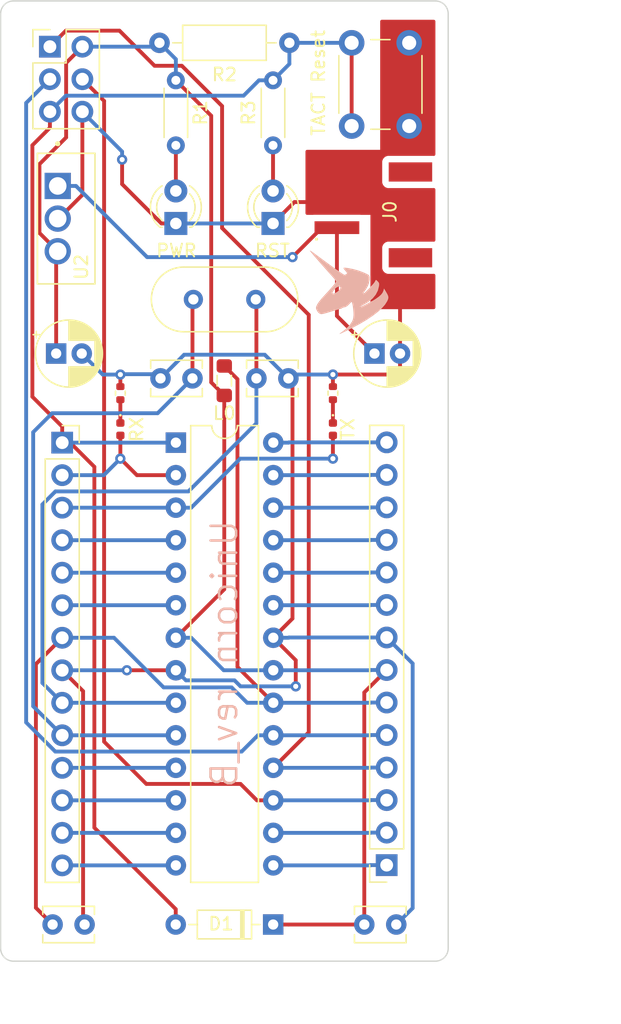
<source format=kicad_pcb>
(kicad_pcb (version 20221018) (generator pcbnew)
  (title_block (title "Unicorn") (date "2023-12-28") (rev "B") (comment 1 "Author: Simone Girardi"))
  (layers (0 "F.Cu" signal) (31 "B.Cu" signal) (34 "B.Paste" user) (35 "F.Paste" user) (36 "B.SilkS" user "B.Silkscreen") (37 "F.SilkS" user "F.Silkscreen") (38 "B.Mask" user) (39 "F.Mask" user) (44 "Edge.Cuts" user))
  (net 0 "")
  (net 1 "Net-(J0-Pin_1)")
  (net 2 "Net-(D1-K)")
  (net 3 "Net-(J2-Pin_9)")
  (net 4 "Net-(J2-Pin_10)")
  (net 5 "Net-(J1-Pin_6)")
  (net 6 "GND")
  (net 7 "Net-(D1-A)")
  (net 8 "Net-(J1-Pin_14)")
  (net 9 "Net-(J1-Pin_13)")
  (net 10 "Net-(J1-Pin_12)")
  (net 11 "Net-(J1-Pin_11)")
  (net 12 "Net-(J1-Pin_10)")
  (net 13 "Net-(J1-Pin_9)")
  (net 14 "Net-(J1-Pin_5)")
  (net 15 "Net-(J1-Pin_4)")
  (net 16 "Net-(J1-Pin_3)")
  (net 17 "Net-(J1-Pin_2)")
  (net 18 "Net-(J1-Pin_1)")
  (net 19 "Net-(J2-Pin_14)")
  (net 20 "Net-(J2-Pin_13)")
  (net 21 "Net-(J2-Pin_12)")
  (net 22 "Net-(J2-Pin_11)")
  (net 23 "Net-(J2-Pin_6)")
  (net 24 "Net-(J2-Pin_5)")
  (net 25 "Net-(J2-Pin_4)")
  (net 26 "Net-(J2-Pin_3)")
  (net 27 "Net-(J2-Pin_2)")
  (net 28 "Net-(LED1-A)")
  (net 29 "Net-(LED2-A)")
  (net 30 "Net-(LED3-K)")
  (net 31 "Net-(LED4-K)")
  (footprint "LED_SMD:LED_0402_1005Metric" (layer "F.Cu") (at 150.735 93.449 -90)
    (fp_text reference "LED3" hide)
    (fp_text value "TX" (at 0 -1.157 90) (layer "F.SilkS"))
    (pad "1" smd roundrect (at -0.485 0 270) (size 0.59 0.64) (layers "F.Cu" "F.Paste" "F.Mask") (net 30 "Net-(LED3-K)"))
    (pad "2" smd roundrect (at 0.485 0 270) (size 0.59 0.64) (layers "F.Cu" "F.Paste" "F.Mask") (net 26 "Net-(J2-Pin_3)"))
  )
  (footprint "Resistor_SMD:R_0402_1005Metric" (layer "F.Cu") (at 150.735 90.634 90)
    (fp_text reference "R4" hide)
    (fp_text value "RB")
    (pad "1" smd roundrect (at -0.51 0 90) (size 0.54 0.64) (layers "F.Cu" "F.Paste" "F.Mask") (net 30 "Net-(LED3-K)"))
    (pad "2" smd roundrect (at 0.51 0 90) (size 0.54 0.64) (layers "F.Cu" "F.Paste" "F.Mask") (net 6 "GND"))
  )
  (footprint "LED_THT:LED_D3.0mm" (layer "F.Cu") (at 138.4525 77.38 90)
    (fp_text reference "LED1" hide)
    (fp_text value "PWR" (at -2.12 0.0475 180) (layer "F.SilkS"))
    (pad "1" thru_hole rect (at 0 0 90) (size 1.8 1.8) (drill 0.9) (layers "*.Cu" "*.Mask") (net 6 "GND"))
    (pad "2" thru_hole circle (at 2.54 0 90) (size 1.8 1.8) (drill 0.9) (layers "*.Cu" "*.Mask") (net 28 "Net-(LED1-A)"))
  )
  (footprint "LED_THT:LED_D3.0mm" (layer "F.Cu") (at 146.0525 77.38 90)
    (fp_text reference "LED2" hide)
    (fp_text value "RST" (at -2.12 -0.0525 180) (layer "F.SilkS"))
    (pad "1" thru_hole rect (at 0 0 90) (size 1.8 1.8) (drill 0.9) (layers "*.Cu" "*.Mask") (net 6 "GND"))
    (pad "2" thru_hole circle (at 2.54 0 90) (size 1.8 1.8) (drill 0.9) (layers "*.Cu" "*.Mask") (net 29 "Net-(LED2-A)"))
  )
  (footprint "L7805:TO255P1020X450X2000-3" (layer "F.Cu") (at 129.877 77 -90)
    (fp_text reference "U2" (at 3.772 -1.187 90) (layer "F.SilkS"))
    (fp_text value "L7805")
    (pad "1" thru_hole rect (at -2.55 0.6625 270) (size 2.055 2.055) (drill 1.37) (layers "*.Cu" "*.Mask") (net 1 "Net-(J0-Pin_1)"))
    (pad "2" thru_hole circle (at 0 0.6625 270) (size 2.055 2.055) (drill 1.37) (layers "*.Cu" "*.Mask") (net 6 "GND"))
    (pad "3" thru_hole circle (at 2.55 0.6625 270) (size 2.055 2.055) (drill 1.37) (layers "*.Cu" "*.Mask") (net 2 "Net-(D1-K)"))
  )
  (footprint "Capacitor_THT:C_Disc_D3.8mm_W2.6mm_P2.50mm" (layer "F.Cu") (at 137.2525 89.48)
    (fp_text reference "C5" hide)
    (fp_text value "22pF")
    (pad "1" thru_hole circle (at 0 0) (size 1.6 1.6) (drill 0.8) (layers "*.Cu" "*.Mask") (net 6 "GND"))
    (pad "2" thru_hole circle (at 2.5 0) (size 1.6 1.6) (drill 0.8) (layers "*.Cu" "*.Mask") (net 4 "Net-(J2-Pin_10)"))
  )
  (footprint "Resistor_THT:R_Axial_DIN0207_L6.3mm_D2.5mm_P10.16mm_Horizontal" (layer "F.Cu") (at 137.1725 63.27)
    (fp_text reference "R2" (at 5.08 2.48) (layer "F.SilkS"))
    (fp_text value "10K")
    (pad "1" thru_hole circle (at 0 0) (size 1.6 1.6) (drill 0.8) (layers "*.Cu" "*.Mask") (net 2 "Net-(D1-K)"))
    (pad "2" thru_hole oval (at 10.16 0) (size 1.6 1.6) (drill 0.8) (layers "*.Cu" "*.Mask") (net 7 "Net-(D1-A)"))
  )
  (footprint "Resistor_SMD:R_0402_1005Metric" (layer "F.Cu") (at 134.114 90.634 90)
    (fp_text reference "R5" hide)
    (fp_text value "RG")
    (pad "1" smd roundrect (at -0.51 0 90) (size 0.54 0.64) (layers "F.Cu" "F.Paste" "F.Mask") (net 31 "Net-(LED4-K)"))
    (pad "2" smd roundrect (at 0.51 0 90) (size 0.54 0.64) (layers "F.Cu" "F.Paste" "F.Mask") (net 6 "GND"))
  )
  (footprint "Resistor_THT:R_Axial_DIN0204_L3.6mm_D1.6mm_P5.08mm_Horizontal" (layer "F.Cu") (at 138.4525 66.2 -90)
    (fp_text reference "R1" (at 2.54 -1.92 90) (layer "F.SilkS"))
    (fp_text value "330")
    (pad "1" thru_hole circle (at 0 0 270) (size 1.4 1.4) (drill 0.7) (layers "*.Cu" "*.Mask") (net 2 "Net-(D1-K)"))
    (pad "2" thru_hole oval (at 5.08 0 270) (size 1.4 1.4) (drill 0.7) (layers "*.Cu" "*.Mask") (net 28 "Net-(LED1-A)"))
  )
  (footprint "Capacitor_THT:C_Disc_D3.8mm_W2.6mm_P2.50mm" (layer "F.Cu") (at 144.7525 89.48)
    (fp_text reference "C4" hide)
    (fp_text value "22pF")
    (pad "1" thru_hole circle (at 0 0) (size 1.6 1.6) (drill 0.8) (layers "*.Cu" "*.Mask") (net 3 "Net-(J2-Pin_9)"))
    (pad "2" thru_hole circle (at 2.5 0) (size 1.6 1.6) (drill 0.8) (layers "*.Cu" "*.Mask") (net 6 "GND"))
  )
  (footprint "Connector_PinSocket_2.54mm:PinSocket_1x14_P2.54mm_Vertical" (layer "F.Cu") (at 154.94 127.5 180)
    (fp_text reference "J1" hide)
    (fp_text value "Conn_01x14_Female" hide)
    (pad "1" thru_hole rect (at 0 0 180) (size 1.7 1.7) (drill 1) (layers "*.Cu" "*.Mask") (net 18 "Net-(J1-Pin_1)"))
    (pad "2" thru_hole oval (at 0 2.54 180) (size 1.7 1.7) (drill 1) (layers "*.Cu" "*.Mask") (net 17 "Net-(J1-Pin_2)"))
    (pad "3" thru_hole oval (at 0 5.08 180) (size 1.7 1.7) (drill 1) (layers "*.Cu" "*.Mask") (net 16 "Net-(J1-Pin_3)"))
    (pad "4" thru_hole oval (at 0 7.62 180) (size 1.7 1.7) (drill 1) (layers "*.Cu" "*.Mask") (net 15 "Net-(J1-Pin_4)"))
    (pad "5" thru_hole oval (at 0 10.16 180) (size 1.7 1.7) (drill 1) (layers "*.Cu" "*.Mask") (net 14 "Net-(J1-Pin_5)"))
    (pad "6" thru_hole oval (at 0 12.7 180) (size 1.7 1.7) (drill 1) (layers "*.Cu" "*.Mask") (net 5 "Net-(J1-Pin_6)"))
    (pad "7" thru_hole oval (at 0 15.24 180) (size 1.7 1.7) (drill 1) (layers "*.Cu" "*.Mask") (net 2 "Net-(D1-K)"))
    (pad "8" thru_hole oval (at 0 17.78 180) (size 1.7 1.7) (drill 1) (layers "*.Cu" "*.Mask") (net 6 "GND"))
    (pad "9" thru_hole oval (at 0 20.32 180) (size 1.7 1.7) (drill 1) (layers "*.Cu" "*.Mask") (net 13 "Net-(J1-Pin_9)"))
    (pad "10" thru_hole oval (at 0 22.86 180) (size 1.7 1.7) (drill 1) (layers "*.Cu" "*.Mask") (net 12 "Net-(J1-Pin_10)"))
    (pad "11" thru_hole oval (at 0 25.4 180) (size 1.7 1.7) (drill 1) (layers "*.Cu" "*.Mask") (net 11 "Net-(J1-Pin_11)"))
    (pad "12" thru_hole oval (at 0 27.94 180) (size 1.7 1.7) (drill 1) (layers "*.Cu" "*.Mask") (net 10 "Net-(J1-Pin_12)"))
    (pad "13" thru_hole oval (at 0 30.48 180) (size 1.7 1.7) (drill 1) (layers "*.Cu" "*.Mask") (net 9 "Net-(J1-Pin_13)"))
    (pad "14" thru_hole oval (at 0 33.02 180) (size 1.7 1.7) (drill 1) (layers "*.Cu" "*.Mask") (net 8 "Net-(J1-Pin_14)"))
  )
  (footprint "Connector_PinSocket_2.54mm:PinSocket_1x14_P2.54mm_Vertical" (layer "F.Cu") (at 129.565 94.5)
    (fp_text reference "J2" hide)
    (fp_text value "Conn_01x14_Female" hide)
    (pad "1" thru_hole rect (at 0 0) (size 1.7 1.7) (drill 1) (layers "*.Cu" "*.Mask") (net 7 "Net-(D1-A)"))
    (pad "2" thru_hole oval (at 0 2.54) (size 1.7 1.7) (drill 1) (layers "*.Cu" "*.Mask") (net 27 "Net-(J2-Pin_2)"))
    (pad "3" thru_hole oval (at 0 5.08) (size 1.7 1.7) (drill 1) (layers "*.Cu" "*.Mask") (net 26 "Net-(J2-Pin_3)"))
    (pad "4" thru_hole oval (at 0 7.62) (size 1.7 1.7) (drill 1) (layers "*.Cu" "*.Mask") (net 25 "Net-(J2-Pin_4)"))
    (pad "5" thru_hole oval (at 0 10.16) (size 1.7 1.7) (drill 1) (layers "*.Cu" "*.Mask") (net 24 "Net-(J2-Pin_5)"))
    (pad "6" thru_hole oval (at 0 12.7) (size 1.7 1.7) (drill 1) (layers "*.Cu" "*.Mask") (net 23 "Net-(J2-Pin_6)"))
    (pad "7" thru_hole oval (at 0 15.24) (size 1.7 1.7) (drill 1) (layers "*.Cu" "*.Mask") (net 5 "Net-(J1-Pin_6)"))
    (pad "8" thru_hole oval (at 0 17.78) (size 1.7 1.7) (drill 1) (layers "*.Cu" "*.Mask") (net 6 "GND"))
    (pad "9" thru_hole oval (at 0 20.32) (size 1.7 1.7) (drill 1) (layers "*.Cu" "*.Mask") (net 3 "Net-(J2-Pin_9)"))
    (pad "10" thru_hole oval (at 0 22.86) (size 1.7 1.7) (drill 1) (layers "*.Cu" "*.Mask") (net 4 "Net-(J2-Pin_10)"))
    (pad "11" thru_hole oval (at 0 25.4) (size 1.7 1.7) (drill 1) (layers "*.Cu" "*.Mask") (net 22 "Net-(J2-Pin_11)"))
    (pad "12" thru_hole oval (at 0 27.94) (size 1.7 1.7) (drill 1) (layers "*.Cu" "*.Mask") (net 21 "Net-(J2-Pin_12)"))
    (pad "13" thru_hole oval (at 0 30.48) (size 1.7 1.7) (drill 1) (layers "*.Cu" "*.Mask") (net 20 "Net-(J2-Pin_13)"))
    (pad "14" thru_hole oval (at 0 33.02) (size 1.7 1.7) (drill 1) (layers "*.Cu" "*.Mask") (net 19 "Net-(J2-Pin_14)"))
  )
  (footprint "Button_Switch_THT:SW_PUSH_6mm" (layer "F.Cu") (at 152.2 69.77 90)
    (fp_text reference "RST1" hide)
    (fp_text value "TACT Reset" (at 3.37 -2.6 270) (layer "F.SilkS"))
    (pad "1" thru_hole circle (at 0 0 180) (size 2 2) (drill 1.1) (layers "*.Cu" "*.Mask") (net 7 "Net-(D1-A)"))
    (pad "1" thru_hole circle (at 6.5 0 180) (size 2 2) (drill 1.1) (layers "*.Cu" "*.Mask") (net 7 "Net-(D1-A)"))
    (pad "2" thru_hole circle (at 0 4.5 180) (size 2 2) (drill 1.1) (layers "*.Cu" "*.Mask") (net 6 "GND"))
    (pad "2" thru_hole circle (at 6.5 4.5 180) (size 2 2) (drill 1.1) (layers "*.Cu" "*.Mask") (net 6 "GND"))
  )
  (footprint "LED_SMD:LED_0402_1005Metric" (layer "F.Cu") (at 134.114 93.449 -90)
    (fp_text reference "LED4" hide)
    (fp_text value "RX" (at 0.023 -1.268 90) (layer "F.SilkS"))
    (pad "1" smd roundrect (at -0.485 0 270) (size 0.59 0.64) (layers "F.Cu" "F.Paste" "F.Mask") (net 31 "Net-(LED4-K)"))
    (pad "2" smd roundrect (at 0.485 0 270) (size 0.59 0.64) (layers "F.Cu" "F.Paste" "F.Mask") (net 27 "Net-(J2-Pin_2)"))
  )
  (footprint "Capacitor_THT:C_Disc_D3.8mm_W2.6mm_P2.50mm" (layer "F.Cu") (at 153.19 132.14)
    (fp_text reference "C3" hide)
    (fp_text value "100nF")
    (pad "1" thru_hole circle (at 0 0) (size 1.6 1.6) (drill 0.8) (layers "*.Cu" "*.Mask") (net 2 "Net-(D1-K)"))
    (pad "2" thru_hole circle (at 2.5 0) (size 1.6 1.6) (drill 0.8) (layers "*.Cu" "*.Mask") (net 6 "GND"))
  )
  (footprint "Connector_PinHeader_2.54mm:PinHeader_2x03_P2.54mm_Vertical" (layer "F.Cu") (at 128.602 63.57)
    (fp_text reference "J3" hide)
    (fp_text value "SPI" hide)
    (pad "1" thru_hole rect (at 0 0) (size 1.7 1.7) (drill 1) (layers "*.Cu" "*.Mask") (net 15 "Net-(J1-Pin_4)"))
    (pad "2" thru_hole oval (at 2.54 0) (size 1.7 1.7) (drill 1) (layers "*.Cu" "*.Mask") (net 2 "Net-(D1-K)"))
    (pad "3" thru_hole oval (at 0 2.54) (size 1.7 1.7) (drill 1) (layers "*.Cu" "*.Mask") (net 14 "Net-(J1-Pin_5)"))
    (pad "4" thru_hole oval (at 2.54 2.54) (size 1.7 1.7) (drill 1) (layers "*.Cu" "*.Mask") (net 16 "Net-(J1-Pin_3)"))
    (pad "5" thru_hole oval (at 0 5.08) (size 1.7 1.7) (drill 1) (layers "*.Cu" "*.Mask") (net 7 "Net-(D1-A)"))
    (pad "6" thru_hole oval (at 2.54 5.08) (size 1.7 1.7) (drill 1) (layers "*.Cu" "*.Mask") (net 6 "GND"))
  )
  (footprint "Capacitor_THT:C_Disc_D3.8mm_W2.6mm_P2.50mm" (layer "F.Cu") (at 131.315 132.14 180)
    (fp_text reference "C6" hide)
    (fp_text value "100nF")
    (pad "1" thru_hole circle (at 0 0 180) (size 1.6 1.6) (drill 0.8) (layers "*.Cu" "*.Mask") (net 6 "GND"))
    (pad "2" thru_hole circle (at 2.5 0 180) (size 1.6 1.6) (drill 0.8) (layers "*.Cu" "*.Mask") (net 5 "Net-(J1-Pin_6)"))
  )
  (footprint "JST_S2B-PH-SM4-TB:JST_S2B-PH-SM4-TB" (layer "F.Cu") (at 151.049 76.708 -90)
    (fp_text reference "J0" (at -0.254 -4.145 90) (layer "F.SilkS") (effects (font (size 1.001386 1.001386))))
    (fp_text value "Conn_01x02" hide)
    (pad "1" smd rect (at 1 0 270) (size 1 3.5) (layers "F.Cu" "F.Paste" "F.Mask") (net 1 "Net-(J0-Pin_1)"))
    (pad "2" smd rect (at -1 0 270) (size 1 3.5) (layers "F.Cu" "F.Paste" "F.Mask") (net 6 "GND"))
    (pad "P1" smd rect (at 3.35 -5.75 270) (size 1.5 3.4) (layers "F.Cu" "F.Paste" "F.Mask"))
    (pad "P2" smd rect (at -3.35 -5.75 270) (size 1.5 3.4) (layers "F.Cu" "F.Paste" "F.Mask"))
  )
  (footprint "Package_DIP:DIP-28_W7.62mm" (layer "F.Cu") (at 138.4525 94.5)
    (fp_text reference "U1" hide)
    (fp_text value "ATmega328-P")
    (pad "1" thru_hole rect (at 0 0) (size 1.6 1.6) (drill 0.8) (layers "*.Cu" "*.Mask") (net 7 "Net-(D1-A)"))
    (pad "2" thru_hole oval (at 0 2.54) (size 1.6 1.6) (drill 0.8) (layers "*.Cu" "*.Mask") (net 27 "Net-(J2-Pin_2)"))
    (pad "3" thru_hole oval (at 0 5.08) (size 1.6 1.6) (drill 0.8) (layers "*.Cu" "*.Mask") (net 26 "Net-(J2-Pin_3)"))
    (pad "4" thru_hole oval (at 0 7.62) (size 1.6 1.6) (drill 0.8) (layers "*.Cu" "*.Mask") (net 25 "Net-(J2-Pin_4)"))
    (pad "5" thru_hole oval (at 0 10.16) (size 1.6 1.6) (drill 0.8) (layers "*.Cu" "*.Mask") (net 24 "Net-(J2-Pin_5)"))
    (pad "6" thru_hole oval (at 0 12.7) (size 1.6 1.6) (drill 0.8) (layers "*.Cu" "*.Mask") (net 23 "Net-(J2-Pin_6)"))
    (pad "7" thru_hole oval (at 0 15.24) (size 1.6 1.6) (drill 0.8) (layers "*.Cu" "*.Mask") (net 2 "Net-(D1-K)"))
    (pad "8" thru_hole oval (at 0 17.78) (size 1.6 1.6) (drill 0.8) (layers "*.Cu" "*.Mask") (net 6 "GND"))
    (pad "9" thru_hole oval (at 0 20.32) (size 1.6 1.6) (drill 0.8) (layers "*.Cu" "*.Mask") (net 3 "Net-(J2-Pin_9)"))
    (pad "10" thru_hole oval (at 0 22.86) (size 1.6 1.6) (drill 0.8) (layers "*.Cu" "*.Mask") (net 4 "Net-(J2-Pin_10)"))
    (pad "11" thru_hole oval (at 0 25.4) (size 1.6 1.6) (drill 0.8) (layers "*.Cu" "*.Mask") (net 22 "Net-(J2-Pin_11)"))
    (pad "12" thru_hole oval (at 0 27.94) (size 1.6 1.6) (drill 0.8) (layers "*.Cu" "*.Mask") (net 21 "Net-(J2-Pin_12)"))
    (pad "13" thru_hole oval (at 0 30.48) (size 1.6 1.6) (drill 0.8) (layers "*.Cu" "*.Mask") (net 20 "Net-(J2-Pin_13)"))
    (pad "14" thru_hole oval (at 0 33.02) (size 1.6 1.6) (drill 0.8) (layers "*.Cu" "*.Mask") (net 19 "Net-(J2-Pin_14)"))
    (pad "15" thru_hole oval (at 7.62 33.02) (size 1.6 1.6) (drill 0.8) (layers "*.Cu" "*.Mask") (net 18 "Net-(J1-Pin_1)"))
    (pad "16" thru_hole oval (at 7.62 30.48) (size 1.6 1.6) (drill 0.8) (layers "*.Cu" "*.Mask") (net 17 "Net-(J1-Pin_2)"))
    (pad "17" thru_hole oval (at 7.62 27.94) (size 1.6 1.6) (drill 0.8) (layers "*.Cu" "*.Mask") (net 16 "Net-(J1-Pin_3)"))
    (pad "18" thru_hole oval (at 7.62 25.4) (size 1.6 1.6) (drill 0.8) (layers "*.Cu" "*.Mask") (net 15 "Net-(J1-Pin_4)"))
    (pad "19" thru_hole oval (at 7.62 22.86) (size 1.6 1.6) (drill 0.8) (layers "*.Cu" "*.Mask") (net 14 "Net-(J1-Pin_5)"))
    (pad "20" thru_hole oval (at 7.62 20.32) (size 1.6 1.6) (drill 0.8) (layers "*.Cu" "*.Mask") (net 5 "Net-(J1-Pin_6)"))
    (pad "21" thru_hole oval (at 7.62 17.78) (size 1.6 1.6) (drill 0.8) (layers "*.Cu" "*.Mask") (net 2 "Net-(D1-K)"))
    (pad "22" thru_hole oval (at 7.62 15.24) (size 1.6 1.6) (drill 0.8) (layers "*.Cu" "*.Mask") (net 6 "GND"))
    (pad "23" thru_hole oval (at 7.62 12.7) (size 1.6 1.6) (drill 0.8) (layers "*.Cu" "*.Mask") (net 13 "Net-(J1-Pin_9)"))
    (pad "24" thru_hole oval (at 7.62 10.16) (size 1.6 1.6) (drill 0.8) (layers "*.Cu" "*.Mask") (net 12 "Net-(J1-Pin_10)"))
    (pad "25" thru_hole oval (at 7.62 7.62) (size 1.6 1.6) (drill 0.8) (layers "*.Cu" "*.Mask") (net 11 "Net-(J1-Pin_11)"))
    (pad "26" thru_hole oval (at 7.62 5.08) (size 1.6 1.6) (drill 0.8) (layers "*.Cu" "*.Mask") (net 10 "Net-(J1-Pin_12)"))
    (pad "27" thru_hole oval (at 7.62 2.54) (size 1.6 1.6) (drill 0.8) (layers "*.Cu" "*.Mask") (net 9 "Net-(J1-Pin_13)"))
    (pad "28" thru_hole oval (at 7.62 0) (size 1.6 1.6) (drill 0.8) (layers "*.Cu" "*.Mask") (net 8 "Net-(J1-Pin_14)"))
  )
  (footprint "Resistor_THT:R_Axial_DIN0204_L3.6mm_D1.6mm_P5.08mm_Horizontal" (layer "F.Cu") (at 146.0525 71.28 90)
    (fp_text reference "R3" (at 2.54 -1.92 90) (layer "F.SilkS"))
    (fp_text value "330")
    (pad "1" thru_hole circle (at 0 0 90) (size 1.4 1.4) (drill 0.7) (layers "*.Cu" "*.Mask") (net 29 "Net-(LED2-A)"))
    (pad "2" thru_hole oval (at 5.08 0 90) (size 1.4 1.4) (drill 0.7) (layers "*.Cu" "*.Mask") (net 7 "Net-(D1-A)"))
  )
  (footprint "Diode_THT:D_DO-35_SOD27_P7.62mm_Horizontal" (layer "F.Cu") (at 146.0625 132.14 180)
    (fp_text reference "D1" (at 4.0765 0.06) (layer "F.SilkS"))
    (fp_text value "1N4148")
    (pad "1" thru_hole rect (at 0 0 180) (size 1.6 1.6) (drill 0.8) (layers "*.Cu" "*.Mask") (net 2 "Net-(D1-K)"))
    (pad "2" thru_hole oval (at 7.62 0 180) (size 1.6 1.6) (drill 0.8) (layers "*.Cu" "*.Mask") (net 7 "Net-(D1-A)"))
  )
  (footprint "Capacitor_THT:CP_Radial_D5.0mm_P2.00mm" (layer "F.Cu") (at 129.0929 87.54)
    (fp_text reference "C2" hide)
    (fp_text value "10uF" hide)
    (pad "1" thru_hole rect (at 0 0) (size 1.6 1.6) (drill 0.8) (layers "*.Cu" "*.Mask") (net 2 "Net-(D1-K)"))
    (pad "2" thru_hole circle (at 2 0) (size 1.6 1.6) (drill 0.8) (layers "*.Cu" "*.Mask") (net 6 "GND"))
  )
  (footprint "Inductor_SMD:L_0805_2012Metric_Pad1.05x1.20mm_HandSolder" (layer "F.Cu") (at 142.24 89.662 90)
    (fp_text reference "L0" (at -2.54 0) (layer "F.SilkS"))
    (fp_text value "10uH" hide)
    (pad "1" smd roundrect (at -1.15 0 90) (size 1.05 1.2) (layers "F.Cu" "F.Paste" "F.Mask") (roundrect_rratio 0.238095) (net 2 "Net-(D1-K)"))
    (pad "2" smd roundrect (at 1.15 0 90) (size 1.05 1.2) (layers "F.Cu" "F.Paste" "F.Mask") (roundrect_rratio 0.238095) (net 5 "Net-(J1-Pin_6)"))
  )
  (footprint "Crystal:Crystal_HC49-4H_Vertical" (layer "F.Cu") (at 144.7025 83.312 180)
    (fp_text reference "Crystal1" hide)
    (fp_text value "16MHz")
    (pad "1" thru_hole circle (at 0 0 180) (size 1.5 1.5) (drill 0.8) (layers "*.Cu" "*.Mask") (net 3 "Net-(J2-Pin_9)"))
    (pad "2" thru_hole circle (at 4.88 0 180) (size 1.5 1.5) (drill 0.8) (layers "*.Cu" "*.Mask") (net 4 "Net-(J2-Pin_10)"))
  )
  (footprint "logos:silk_logo" (layer "F.Cu") (at 151.943981 83.163551)
    (fp_text reference "G***" hide)
    (fp_text value "LOGO" hide)
  )
  (footprint "Capacitor_THT:CP_Radial_D5.0mm_P2.00mm" (layer "F.Cu") (at 153.984888 87.54)
    (fp_text reference "C1" hide)
    (fp_text value "100uF")
    (pad "1" thru_hole rect (at 0 0) (size 1.6 1.6) (drill 0.8) (layers "*.Cu" "*.Mask") (net 1 "Net-(J0-Pin_1)"))
    (pad "2" thru_hole circle (at 2 0) (size 1.6 1.6) (drill 0.8) (layers "*.Cu" "*.Mask") (net 6 "GND"))
  )
  (gr_line (start 159.75 134) (end 159.75 61) (stroke (width 0.1)) (layer "Edge.Cuts"))
  (gr_line (start 124.75 61) (end 124.75 134) (stroke (width 0.1)) (layer "Edge.Cuts"))
  (gr_arc (start 158.7525 60) (mid 159.457989 60.293777) (end 159.75 61) (stroke (width 0.1)) (layer "Edge.Cuts"))
  (gr_line (start 158.7525 60) (end 125.7525 60) (stroke (width 0.1)) (layer "Edge.Cuts"))
  (gr_line (start 125.812893 135) (end 158.812893 135) (stroke (width 0.1)) (layer "Edge.Cuts"))
  (gr_arc (start 124.75 61) (mid 125.043777 60.292008) (end 125.7525 60) (stroke (width 0.1)) (layer "Edge.Cuts"))
  (gr_arc (start 125.812893 135) (mid 125.065355 134.729682) (end 124.75 134) (stroke (width 0.1)) (layer "Edge.Cuts"))
  (gr_arc (start 159.75 134) (mid 159.479108 134.68523) (end 158.812893 135) (stroke (width 0.1)) (layer "Edge.Cuts"))
  (gr_text "Unicorn rev_B" (at 142.2525 111 90) (layer "B.SilkS") (effects (font (size 2 2) (thickness 0.2)) (justify mirror)))
  (segment (start 149.876 77.708) (end 151.049 77.708) (width 0.3) (layer "F.Cu") (net 1))
  (segment (start 151.049 84.604112) (end 151.049 77.708) (width 0.3) (layer "F.Cu") (net 1))
  (segment (start 147.574 80.01) (end 149.876 77.708) (width 0.3) (layer "F.Cu") (net 1))
  (segment (start 153.984888 87.54) (end 151.049 84.604112) (width 0.3) (layer "F.Cu") (net 1))
  (via (at 147.574 80.01) (size 0.8) (drill 0.4) (layers "F.Cu" "B.Cu") (net 1))
  (segment (start 136.2039 80.01) (end 130.6439 74.45) (width 0.3) (layer "B.Cu") (net 1))
  (segment (start 130.6439 74.45) (end 129.2145 74.45) (width 0.3) (layer "B.Cu") (net 1))
  (segment (start 147.574 80.01) (end 136.2039 80.01) (width 0.3) (layer "B.Cu") (net 1))
  (segment (start 138.4525 109.74) (end 142.24 105.9525) (width 0.3) (layer "F.Cu") (net 2))
  (segment (start 141.2194 68.9669) (end 138.4525 66.2) (width 0.3) (layer "F.Cu") (net 2))
  (segment (start 127.7851 72.7478) (end 129.872 70.6609) (width 0.3) (layer "F.Cu") (net 2))
  (segment (start 142.24 90.812) (end 141.2194 89.7914) (width 0.3) (layer "F.Cu") (net 2))
  (segment (start 153.19 114.01) (end 153.19 132.14) (width 0.3) (layer "F.Cu") (net 2))
  (segment (start 129.872 64.84) (end 131.142 63.57) (width 0.3) (layer "F.Cu") (net 2))
  (segment (start 153.19 132.14) (end 147.2644 132.14) (width 0.3) (layer "F.Cu") (net 2))
  (segment (start 154.94 112.26) (end 153.19 114.01) (width 0.3) (layer "F.Cu") (net 2))
  (segment (start 142.24 105.9525) (end 142.24 90.812) (width 0.3) (layer "F.Cu") (net 2))
  (segment (start 129.2145 79.55) (end 127.7851 78.1206) (width 0.3) (layer "F.Cu") (net 2))
  (segment (start 146.0625 132.14) (end 147.2644 132.14) (width 0.3) (layer "F.Cu") (net 2))
  (segment (start 141.2194 89.7914) (end 141.2194 68.9669) (width 0.3) (layer "F.Cu") (net 2))
  (segment (start 127.7851 78.1206) (end 127.7851 72.7478) (width 0.3) (layer "F.Cu") (net 2))
  (segment (start 129.0929 79.6716) (end 129.2145 79.55) (width 0.3) (layer "F.Cu") (net 2))
  (segment (start 129.872 70.6609) (end 129.872 64.84) (width 0.3) (layer "F.Cu") (net 2))
  (segment (start 129.0929 87.54) (end 129.0929 79.6716) (width 0.3) (layer "F.Cu") (net 2))
  (segment (start 138.4525 109.74) (end 139.6544 109.74) (width 0.3) (layer "B.Cu") (net 2))
  (segment (start 138.4525 64.55) (end 137.1725 63.27) (width 0.3) (layer "B.Cu") (net 2))
  (segment (start 153.6681 112.28) (end 146.0725 112.28) (width 0.3) (layer "B.Cu") (net 2))
  (segment (start 146.0725 112.28) (end 142.1944 112.28) (width 0.3) (layer "B.Cu") (net 2))
  (segment (start 142.1944 112.28) (end 139.6544 109.74) (width 0.3) (layer "B.Cu") (net 2))
  (segment (start 138.4525 66.2) (end 138.4525 64.55) (width 0.3) (layer "B.Cu") (net 2))
  (segment (start 153.6881 112.26) (end 153.6681 112.28) (width 0.3) (layer "B.Cu") (net 2))
  (segment (start 154.94 112.26) (end 153.6881 112.26) (width 0.3) (layer "B.Cu") (net 2))
  (segment (start 136.8725 63.57) (end 137.1725 63.27) (width 0.3) (layer "B.Cu") (net 2))
  (segment (start 131.142 63.57) (end 136.8725 63.57) (width 0.3) (layer "B.Cu") (net 2))
  (segment (start 144.7025 83.312) (end 144.7525 83.362) (width 0.3) (layer "F.Cu") (net 3))
  (segment (start 144.7525 83.362) (end 144.7525 89.48) (width 0.3) (layer "F.Cu") (net 3))
  (segment (start 144.7525 92.9915) (end 139.434 98.31) (width 0.3) (layer "B.Cu") (net 3))
  (segment (start 129.0336 98.31) (end 128.016 99.3276) (width 0.3) (layer "B.Cu") (net 3))
  (segment (start 144.7525 89.48) (end 144.7525 92.9915) (width 0.3) (layer "B.Cu") (net 3))
  (segment (start 139.434 98.31) (end 129.0336 98.31) (width 0.3) (layer "B.Cu") (net 3))
  (segment (start 130.191 114.82) (end 138.4525 114.82) (width 0.3) (layer "B.Cu") (net 3))
  (segment (start 129.565 114.82) (end 129.565 114.194) (width 0.3) (layer "B.Cu") (net 3))
  (segment (start 128.016 99.3276) (end 128.016 113.271) (width 0.3) (layer "B.Cu") (net 3))
  (segment (start 128.016 113.271) (end 129.565 114.82) (width 0.3) (layer "B.Cu") (net 3))
  (segment (start 129.565 114.194) (end 130.191 114.82) (width 0.3) (layer "B.Cu") (net 3))
  (segment (start 139.7525 83.382) (end 139.7525 89.48) (width 0.3) (layer "F.Cu") (net 4))
  (segment (start 139.8225 83.312) (end 139.7525 83.382) (width 0.3) (layer "F.Cu") (net 4))
  (segment (start 129.565 117.36) (end 138.4525 117.36) (width 0.3) (layer "B.Cu") (net 4))
  (segment (start 127.296 93.684) (end 128.778 92.202) (width 0.3) (layer "B.Cu") (net 4))
  (segment (start 127.296 115.091) (end 127.296 93.684) (width 0.3) (layer "B.Cu") (net 4))
  (segment (start 129.565 117.36) (end 127.296 115.091) (width 0.3) (layer "B.Cu") (net 4))
  (segment (start 137.0305 92.202) (end 139.7525 89.48) (width 0.3) (layer "B.Cu") (net 4))
  (segment (start 128.778 92.202) (end 137.0305 92.202) (width 0.3) (layer "B.Cu") (net 4))
  (segment (start 127.508 111.797) (end 127.508 130.833) (width 0.3) (layer "F.Cu") (net 5))
  (segment (start 127.508 130.833) (end 128.815 132.14) (width 0.3) (layer "F.Cu") (net 5))
  (segment (start 129.565 109.74) (end 127.508 111.797) (width 0.3) (layer "F.Cu") (net 5))
  (segment (start 143.2704 112.0179) (end 146.0725 114.82) (width 0.3) (layer "F.Cu") (net 5))
  (segment (start 143.2704 89.5424) (end 143.2704 112.0179) (width 0.3) (layer "F.Cu") (net 5))
  (segment (start 142.24 88.512) (end 143.2704 89.5424) (width 0.3) (layer "F.Cu") (net 5))
  (segment (start 144.03 114.82) (end 143.298 114.088) (width 0.3) (layer "B.Cu") (net 5))
  (segment (start 153.6881 114.8) (end 153.6681 114.82) (width 0.3) (layer "B.Cu") (net 5))
  (segment (start 154.94 114.8) (end 153.6881 114.8) (width 0.3) (layer "B.Cu") (net 5))
  (segment (start 143.298 114.088) (end 143.282182 114.088) (width 0.3) (layer "B.Cu") (net 5))
  (segment (start 143.282182 114.088) (end 142.812282 113.6181) (width 0.3) (layer "B.Cu") (net 5))
  (segment (start 153.6681 114.82) (end 146.0725 114.82) (width 0.3) (layer "B.Cu") (net 5))
  (segment (start 133.616 109.74) (end 129.565 109.74) (width 0.3) (layer "B.Cu") (net 5))
  (segment (start 142.812282 113.6181) (end 137.4941 113.6181) (width 0.3) (layer "B.Cu") (net 5))
  (segment (start 146.0725 114.82) (end 144.03 114.82) (width 0.3) (layer "B.Cu") (net 5))
  (segment (start 137.4941 113.6181) (end 133.616 109.74) (width 0.3) (layer "B.Cu") (net 5))
  (segment (start 134.114 89.182) (end 134.114 90.124) (width 0.3) (layer "F.Cu") (net 6))
  (segment (start 146.0525 77.38) (end 147.7245 75.708) (width 0.3) (layer "F.Cu") (net 6))
  (segment (start 150.735 89.1792) (end 150.735 90.124) (width 0.3) (layer "F.Cu") (net 6))
  (segment (start 131.142 75.1458) (end 129.2878 77) (width 0.3) (layer "F.Cu") (net 6))
  (segment (start 147.2525 89.48) (end 147.574 89.8015) (width 0.3) (layer "F.Cu") (net 6))
  (segment (start 129.2878 77) (end 129.2145 77) (width 0.3) (layer "F.Cu") (net 6))
  (segment (start 147.828 111.4955) (end 146.0725 109.74) (width 0.3) (layer "F.Cu") (net 6))
  (segment (start 155.984888 87.54) (end 155.984888 83.283112) (width 0.3) (layer "F.Cu") (net 6))
  (segment (start 131.1979 113.9129) (end 131.1979 132.0229) (width 0.3) (layer "F.Cu") (net 6))
  (segment (start 137.324 77.38) (end 138.4525 77.38) (width 0.3) (layer "F.Cu") (net 6))
  (segment (start 147.574 108.2385) (end 146.0725 109.74) (width 0.3) (layer "F.Cu") (net 6))
  (segment (start 131.142 68.65) (end 131.142 75.1458) (width 0.3) (layer "F.Cu") (net 6))
  (segment (start 147.828 113.538) (end 147.828 111.4955) (width 0.3) (layer "F.Cu") (net 6))
  (segment (start 129.565 112.28) (end 131.1979 113.9129) (width 0.3) (layer "F.Cu") (net 6))
  (segment (start 134.25 74.306) (end 137.324 77.38) (width 0.3) (layer "F.Cu") (net 6))
  (segment (start 155.477058 89.1792) (end 155.984888 88.67137) (width 0.3) (layer "F.Cu") (net 6))
  (segment (start 131.1979 132.0229) (end 131.315 132.14) (width 0.3) (layer "F.Cu") (net 6))
  (segment (start 147.7245 75.708) (end 151.049 75.708) (width 0.3) (layer "F.Cu") (net 6))
  (segment (start 138.4525 112.28) (end 134.62 112.28) (width 0.3) (layer "F.Cu") (net 6))
  (segment (start 155.984888 88.67137) (end 155.984888 87.54) (width 0.3) (layer "F.Cu") (net 6))
  (segment (start 134.25 72.39) (end 134.25 74.306) (width 0.3) (layer "F.Cu") (net 6))
  (segment (start 147.574 89.8015) (end 147.574 108.2385) (width 0.3) (layer "F.Cu") (net 6))
  (segment (start 150.6251 89.1792) (end 155.477058 89.1792) (width 0.3) (layer "F.Cu") (net 6))
  (via (at 134.114 89.182) (size 0.8) (drill 0.4) (layers "F.Cu" "B.Cu") (net 6))
  (via (at 134.62 112.28) (size 0.8) (drill 0.4) (layers "F.Cu" "B.Cu") (net 6))
  (via (at 147.828 113.538) (size 0.8) (drill 0.4) (layers "F.Cu" "B.Cu") (net 6))
  (via (at 150.735 89.1792) (size 0.8) (drill 0.4) (layers "F.Cu" "B.Cu") (net 6))
  (via (at 134.25 72.39) (size 0.8) (drill 0.4) (layers "F.Cu" "B.Cu") (net 6))
  (segment (start 134.62 112.28) (end 130.8169 112.28) (width 0.3) (layer "B.Cu") (net 6))
  (segment (start 150.6251 89.1792) (end 147.5533 89.1792) (width 0.3) (layer "B.Cu") (net 6))
  (segment (start 146.0725 109.74) (end 147.2744 109.74) (width 0.3) (layer "B.Cu") (net 6))
  (segment (start 134.142 89.154) (end 134.114 89.182) (width 0.3) (layer "B.Cu") (net 6))
  (segment (start 138.4525 77.38) (end 146.0525 77.38) (width 0.3) (layer "B.Cu") (net 6))
  (segment (start 130.8169 112.28) (end 129.565 112.28) (width 0.3) (layer "B.Cu") (net 6))
  (segment (start 147.5533 89.1792) (end 147.2525 89.48) (width 0.3) (layer "B.Cu") (net 6))
  (segment (start 143.0401 113.0681) (end 143.51 113.538) (width 0.3) (layer "B.Cu") (net 6))
  (segment (start 154.94 109.72) (end 156.972 111.752) (width 0.3) (layer "B.Cu") (net 6))
  (segment (start 139.1025 87.63) (end 137.2525 89.48) (width 0.3) (layer "B.Cu") (net 6))
  (segment (start 147.2744 109.74) (end 147.2944 109.72) (width 0.3) (layer "B.Cu") (net 6))
  (segment (start 138.4525 112.28) (end 139.2406 113.0681) (width 0.3) (layer "B.Cu") (net 6))
  (segment (start 147.2525 89.48) (end 145.4025 87.63) (width 0.3) (layer "B.Cu") (net 6))
  (segment (start 136.9265 89.154) (end 134.142 89.154) (width 0.3) (layer "B.Cu") (net 6))
  (segment (start 147.2944 109.72) (end 154.94 109.72) (width 0.3) (layer "B.Cu") (net 6))
  (segment (start 156.972 111.752) (end 156.972 130.858) (width 0.3) (layer "B.Cu") (net 6))
  (segment (start 134.114 89.182) (end 132.7349 89.182) (width 0.3) (layer "B.Cu") (net 6))
  (segment (start 131.142 68.658) (end 131.142 68.65) (width 0.3) (layer "B.Cu") (net 6))
  (segment (start 132.7349 89.182) (end 131.0929 87.54) (width 0.3) (layer "B.Cu") (net 6))
  (segment (start 156.972 130.858) (end 155.69 132.14) (width 0.3) (layer "B.Cu") (net 6))
  (segment (start 145.4025 87.63) (end 139.1025 87.63) (width 0.3) (layer "B.Cu") (net 6))
  (segment (start 134.25 71.766) (end 131.142 68.658) (width 0.3) (layer "B.Cu") (net 6))
  (segment (start 139.2406 113.0681) (end 143.0401 113.0681) (width 0.3) (layer "B.Cu") (net 6))
  (segment (start 143.51 113.538) (end 147.828 113.538) (width 0.3) (layer "B.Cu") (net 6))
  (segment (start 137.2525 89.48) (end 136.9265 89.154) (width 0.3) (layer "B.Cu") (net 6))
  (segment (start 134.25 72.39) (end 134.25 71.766) (width 0.3) (layer "B.Cu") (net 6))
  (segment (start 132.08 96.389) (end 130.191 94.5) (width 0.3) (layer "F.Cu") (net 7))
  (segment (start 130.191 94.5) (end 129.565 94.5) (width 0.3) (layer "F.Cu") (net 7))
  (segment (start 138.4425 132.14) (end 138.4425 130.9381) (width 0.3) (layer "F.Cu") (net 7))
  (segment (start 129.565 93.2481) (end 127.2332 90.9163) (width 0.3) (layer "F.Cu") (net 7))
  (segment (start 129.565 94.5) (end 129.565 93.2481) (width 0.3) (layer "F.Cu") (net 7))
  (segment (start 128.602 69.9019) (end 128.602 68.65) (width 0.3) (layer "F.Cu") (net 7))
  (segment (start 138.4425 130.9381) (end 132.08 124.5756) (width 0.3) (layer "F.Cu") (net 7))
  (segment (start 127.2332 90.9163) (end 127.2332 71.2707) (width 0.3) (layer "F.Cu") (net 7))
  (segment (start 152.2 69.77) (end 152.2 63.27) (width 0.3) (layer "F.Cu") (net 7))
  (segment (start 127.2332 71.2707) (end 128.602 69.9019) (width 0.3) (layer "F.Cu") (net 7))
  (segment (start 132.08 124.5756) (end 132.08 96.389) (width 0.3) (layer "F.Cu") (net 7))
  (segment (start 147.3325 63.27) (end 147.3325 64.92) (width 0.3) (layer "B.Cu") (net 7))
  (segment (start 128.602 68.65) (end 129.8539 67.3981) (width 0.3) (layer "B.Cu") (net 7))
  (segment (start 152.2 63.27) (end 147.3325 63.27) (width 0.3) (layer "B.Cu") (net 7))
  (segment (start 143.7525 67.3981) (end 144.9506 66.2) (width 0.3) (layer "B.Cu") (net 7))
  (segment (start 138.4525 94.5) (end 129.565 94.5) (width 0.3) (layer "B.Cu") (net 7))
  (segment (start 144.9506 66.2) (end 146.0525 66.2) (width 0.3) (layer "B.Cu") (net 7))
  (segment (start 129.8539 67.3981) (end 143.7525 67.3981) (width 0.3) (layer "B.Cu") (net 7))
  (segment (start 147.3325 64.92) (end 146.0525 66.2) (width 0.3) (layer "B.Cu") (net 7))
  (segment (start 147.2744 94.5) (end 147.2944 94.48) (width 0.3) (layer "B.Cu") (net 8))
  (segment (start 146.0725 94.5) (end 147.2744 94.5) (width 0.3) (layer "B.Cu") (net 8))
  (segment (start 147.2944 94.48) (end 154.94 94.48) (width 0.3) (layer "B.Cu") (net 8))
  (segment (start 146.0725 97.04) (end 153.6681 97.04) (width 0.3) (layer "B.Cu") (net 9))
  (segment (start 154.94 97.02) (end 153.6881 97.02) (width 0.3) (layer "B.Cu") (net 9))
  (segment (start 153.6681 97.04) (end 153.6881 97.02) (width 0.3) (layer "B.Cu") (net 9))
  (segment (start 154.94 99.56) (end 153.6881 99.56) (width 0.3) (layer "B.Cu") (net 10))
  (segment (start 146.0725 99.58) (end 153.6681 99.58) (width 0.3) (layer "B.Cu") (net 10))
  (segment (start 153.6681 99.58) (end 153.6881 99.56) (width 0.3) (layer "B.Cu") (net 10))
  (segment (start 154.94 102.1) (end 153.6881 102.1) (width 0.3) (layer "B.Cu") (net 11))
  (segment (start 146.0725 102.12) (end 153.6681 102.12) (width 0.3) (layer "B.Cu") (net 11))
  (segment (start 153.6681 102.12) (end 153.6881 102.1) (width 0.3) (layer "B.Cu") (net 11))
  (segment (start 153.6681 104.66) (end 153.6881 104.64) (width 0.3) (layer "B.Cu") (net 12))
  (segment (start 154.94 104.64) (end 153.6881 104.64) (width 0.3) (layer "B.Cu") (net 12))
  (segment (start 146.0725 104.66) (end 153.6681 104.66) (width 0.3) (layer "B.Cu") (net 12))
  (segment (start 146.0725 107.2) (end 153.6681 107.2) (width 0.3) (layer "B.Cu") (net 13))
  (segment (start 153.6681 107.2) (end 153.6881 107.18) (width 0.3) (layer "B.Cu") (net 13))
  (segment (start 154.94 107.18) (end 153.6881 107.18) (width 0.3) (layer "B.Cu") (net 13))
  (segment (start 153.6881 117.34) (end 153.6681 117.36) (width 0.3) (layer "B.Cu") (net 14))
  (segment (start 146.0725 117.36) (end 144.8706 117.36) (width 0.3) (layer "B.Cu") (net 14))
  (segment (start 144.8706 117.36) (end 143.6006 118.63) (width 0.3) (layer "B.Cu") (net 14))
  (segment (start 126.746 116.3537) (end 126.746 67.966) (width 0.3) (layer "B.Cu") (net 14))
  (segment (start 153.6681 117.36) (end 146.0725 117.36) (width 0.3) (layer "B.Cu") (net 14))
  (segment (start 129.0223 118.63) (end 126.746 116.3537) (width 0.3) (layer "B.Cu") (net 14))
  (segment (start 154.94 117.34) (end 153.6881 117.34) (width 0.3) (layer "B.Cu") (net 14))
  (segment (start 143.6006 118.63) (end 129.0223 118.63) (width 0.3) (layer "B.Cu") (net 14))
  (segment (start 126.746 67.966) (end 128.602 66.11) (width 0.3) (layer "B.Cu") (net 14))
  (segment (start 142.0682 68.2112) (end 138.9196 65.0626) (width 0.3) (layer "F.Cu") (net 15))
  (segment (start 148.844 84.5129) (end 142.0682 77.7371) (width 0.3) (layer "F.Cu") (net 15))
  (segment (start 134.0412 62.3181) (end 129.8539 62.3181) (width 0.3) (layer "F.Cu") (net 15))
  (segment (start 146.0725 119.9) (end 148.844 117.1285) (width 0.3) (layer "F.Cu") (net 15))
  (segment (start 136.7857 65.0626) (end 134.0412 62.3181) (width 0.3) (layer "F.Cu") (net 15))
  (segment (start 129.8539 62.3181) (end 128.602 63.57) (width 0.3) (layer "F.Cu") (net 15))
  (segment (start 138.9196 65.0626) (end 136.7857 65.0626) (width 0.3) (layer "F.Cu") (net 15))
  (segment (start 142.0682 77.7371) (end 142.0682 68.2112) (width 0.3) (layer "F.Cu") (net 15))
  (segment (start 148.844 117.1285) (end 148.844 84.5129) (width 0.3) (layer "F.Cu") (net 15))
  (segment (start 153.6881 119.88) (end 153.6681 119.9) (width 0.3) (layer "B.Cu") (net 15))
  (segment (start 153.6681 119.9) (end 146.0725 119.9) (width 0.3) (layer "B.Cu") (net 15))
  (segment (start 154.94 119.88) (end 153.6881 119.88) (width 0.3) (layer "B.Cu") (net 15))
  (segment (start 132.842 67.81) (end 131.142 66.11) (width 0.3) (layer "F.Cu") (net 16))
  (segment (start 136.144 121.158) (end 132.842 117.856) (width 0.3) (layer "F.Cu") (net 16))
  (segment (start 144.792 122.44) (end 143.51 121.158) (width 0.3) (layer "F.Cu") (net 16))
  (segment (start 143.51 121.158) (end 136.144 121.158) (width 0.3) (layer "F.Cu") (net 16))
  (segment (start 146.0725 122.44) (end 144.792 122.44) (width 0.3) (layer "F.Cu") (net 16))
  (segment (start 132.842 117.856) (end 132.842 67.81) (width 0.3) (layer "F.Cu") (net 16))
  (segment (start 146.0725 122.44) (end 153.6681 122.44) (width 0.3) (layer "B.Cu") (net 16))
  (segment (start 153.6681 122.44) (end 153.6881 122.42) (width 0.3) (layer "B.Cu") (net 16))
  (segment (start 154.94 122.42) (end 153.6881 122.42) (width 0.3) (layer "B.Cu") (net 16))
  (segment (start 154.94 124.96) (end 153.6881 124.96) (width 0.3) (layer "B.Cu") (net 17))
  (segment (start 146.0725 124.98) (end 153.6681 124.98) (width 0.3) (layer "B.Cu") (net 17))
  (segment (start 153.6681 124.98) (end 153.6881 124.96) (width 0.3) (layer "B.Cu") (net 17))
  (segment (start 153.6681 127.52) (end 153.6881 127.5) (width 0.3) (layer "B.Cu") (net 18))
  (segment (start 146.0725 127.52) (end 153.6681 127.52) (width 0.3) (layer "B.Cu") (net 18))
  (segment (start 154.94 127.5) (end 153.6881 127.5) (width 0.3) (layer "B.Cu") (net 18))
  (segment (start 138.4525 127.52) (end 129.565 127.52) (width 0.3) (layer "B.Cu") (net 19))
  (segment (start 138.4525 124.98) (end 129.565 124.98) (width 0.3) (layer "B.Cu") (net 20))
  (segment (start 138.4525 122.44) (end 129.565 122.44) (width 0.3) (layer "B.Cu") (net 21))
  (segment (start 138.4525 119.9) (end 129.565 119.9) (width 0.3) (layer "B.Cu") (net 22))
  (segment (start 138.4525 107.2) (end 129.565 107.2) (width 0.3) (layer "B.Cu") (net 23))
  (segment (start 138.4525 104.66) (end 129.565 104.66) (width 0.3) (layer "B.Cu") (net 24))
  (segment (start 138.4525 102.12) (end 129.565 102.12) (width 0.3) (layer "B.Cu") (net 25))
  (segment (start 150.735 95.75) (end 150.735 93.934) (width 0.3) (layer "F.Cu") (net 26))
  (via (at 150.735 95.75) (size 0.8) (drill 0.4) (layers "F.Cu" "B.Cu") (net 26))
  (segment (start 143.4844 95.75) (end 150.735 95.75) (width 0.3) (layer "B.Cu") (net 26))
  (segment (start 129.565 99.58) (end 138.4525 99.58) (width 0.3) (layer "B.Cu") (net 26))
  (segment (start 138.4525 99.58) (end 139.6544 99.58) (width 0.3) (layer "B.Cu") (net 26))
  (segment (start 139.6544 99.58) (end 143.4844 95.75) (width 0.3) (layer "B.Cu") (net 26))
  (segment (start 134.112 95.748) (end 134.114 95.748) (width 0.3) (layer "F.Cu") (net 27))
  (segment (start 134.11 95.75) (end 134.112 95.748) (width 0.3) (layer "F.Cu") (net 27))
  (segment (start 134.114 95.748) (end 135.406 97.04) (width 0.3) (layer "F.Cu") (net 27))
  (segment (start 134.114 95.748) (end 134.114 93.934) (width 0.3) (layer "F.Cu") (net 27))
  (segment (start 135.406 97.04) (end 138.4525 97.04) (width 0.3) (layer "F.Cu") (net 27))
  (via (at 134.11 95.75) (size 0.8) (drill 0.4) (layers "F.Cu" "B.Cu") (net 27))
  (segment (start 134.11 95.75) (end 132.82 97.04) (width 0.3) (layer "B.Cu") (net 27))
  (segment (start 132.82 97.04) (end 129.565 97.04) (width 0.3) (layer "B.Cu") (net 27))
  (segment (start 138.4525 71.28) (end 138.4525 74.84) (width 0.3) (layer "F.Cu") (net 28))
  (segment (start 146.0525 71.28) (end 146.0525 74.84) (width 0.3) (layer "F.Cu") (net 29))
  (segment (start 150.735 91.144) (end 150.735 92.964) (width 0.3) (layer "F.Cu") (net 30))
  (segment (start 134.114 91.144) (end 134.114 92.964) (width 0.3) (layer "F.Cu") (net 31))
  (zone (net 6) (net_name "GND") (layer "F.Cu") (name "Ground") (connect_pads yes (clearance 0.508)) (min_thickness 0.25) (fill yes (thermal_gap 0.5) (thermal_bridge_width 0.5))
    (polygon (pts (xy 154.432 61.468) (xy 154.432 71.628) (xy 148.59 71.628) (xy 148.59 76.708) (xy 153.67 76.708) (xy 153.67 84.074) (xy 158.75 84.074) (xy 158.75 61.468)))
  )
)
</source>
